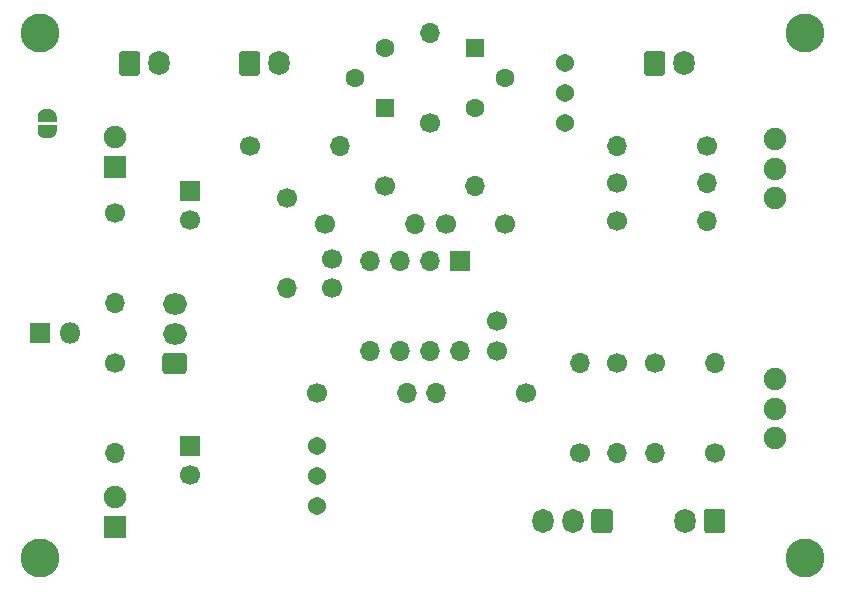
<source format=gts>
G04 #@! TF.GenerationSoftware,KiCad,Pcbnew,(5.1.6)-1*
G04 #@! TF.CreationDate,2020-10-22T22:28:54+09:00*
G04 #@! TF.ProjectId,Antilog_NPNO_PCB,416e7469-6c6f-4675-9f4e-504e4f5f5043,Ver. 1.1*
G04 #@! TF.SameCoordinates,Original*
G04 #@! TF.FileFunction,Soldermask,Top*
G04 #@! TF.FilePolarity,Negative*
%FSLAX46Y46*%
G04 Gerber Fmt 4.6, Leading zero omitted, Abs format (unit mm)*
G04 Created by KiCad (PCBNEW (5.1.6)-1) date 2020-10-22 22:28:54*
%MOMM*%
%LPD*%
G01*
G04 APERTURE LIST*
%ADD10C,3.300000*%
%ADD11O,1.700000X1.700000*%
%ADD12R,1.700000X1.700000*%
%ADD13C,1.540000*%
%ADD14C,1.900000*%
%ADD15C,1.700000*%
%ADD16R,1.600000X1.600000*%
%ADD17C,1.600000*%
%ADD18C,0.100000*%
%ADD19O,1.800000X2.100000*%
%ADD20O,1.800000X2.050000*%
%ADD21O,1.800000X1.800000*%
%ADD22R,1.800000X1.800000*%
%ADD23O,2.050000X1.800000*%
%ADD24R,1.900000X1.900000*%
G04 APERTURE END LIST*
D10*
G04 #@! TO.C,H4*
X168910000Y-116840000D03*
G04 #@! TD*
G04 #@! TO.C,H3*
X104140000Y-116840000D03*
G04 #@! TD*
G04 #@! TO.C,H2*
X168910000Y-72390000D03*
G04 #@! TD*
G04 #@! TO.C,H1*
X104140000Y-72390000D03*
G04 #@! TD*
D11*
G04 #@! TO.C,U1*
X139700000Y-99314000D03*
X132080000Y-91694000D03*
X137160000Y-99314000D03*
X134620000Y-91694000D03*
X134620000Y-99314000D03*
X137160000Y-91694000D03*
X132080000Y-99314000D03*
D12*
X139700000Y-91694000D03*
G04 #@! TD*
D13*
G04 #@! TO.C,RV4*
X127635000Y-112395000D03*
X127635000Y-109855000D03*
X127635000Y-107315000D03*
G04 #@! TD*
G04 #@! TO.C,RV3*
X148590000Y-74930000D03*
X148590000Y-77470000D03*
X148590000Y-80010000D03*
G04 #@! TD*
D14*
G04 #@! TO.C,RV2*
X166370000Y-86360000D03*
X166370000Y-83860000D03*
X166370000Y-81360000D03*
G04 #@! TD*
G04 #@! TO.C,RV1*
X166370000Y-106680000D03*
X166370000Y-104180000D03*
X166370000Y-101680000D03*
G04 #@! TD*
D11*
G04 #@! TO.C,R16*
X129540000Y-81915000D03*
D15*
X121920000Y-81915000D03*
G04 #@! TD*
D11*
G04 #@! TO.C,R15*
X140970000Y-85344000D03*
D15*
X133350000Y-85344000D03*
G04 #@! TD*
D11*
G04 #@! TO.C,R14*
X135890000Y-88519000D03*
D15*
X128270000Y-88519000D03*
G04 #@! TD*
D11*
G04 #@! TO.C,R13*
X137160000Y-72390000D03*
D15*
X137160000Y-80010000D03*
G04 #@! TD*
D11*
G04 #@! TO.C,R12*
X125095000Y-93980000D03*
D15*
X125095000Y-86360000D03*
G04 #@! TD*
D11*
G04 #@! TO.C,R11*
X135255000Y-102870000D03*
D15*
X127635000Y-102870000D03*
G04 #@! TD*
D11*
G04 #@! TO.C,R10*
X137668000Y-102870000D03*
D15*
X145288000Y-102870000D03*
G04 #@! TD*
D11*
G04 #@! TO.C,R9*
X160655000Y-85090000D03*
D15*
X153035000Y-85090000D03*
G04 #@! TD*
D11*
G04 #@! TO.C,R8*
X153035000Y-107950000D03*
D15*
X153035000Y-100330000D03*
G04 #@! TD*
D11*
G04 #@! TO.C,R7*
X161290000Y-100330000D03*
D15*
X161290000Y-107950000D03*
G04 #@! TD*
D11*
G04 #@! TO.C,R6*
X153035000Y-81915000D03*
D15*
X160655000Y-81915000D03*
G04 #@! TD*
D11*
G04 #@! TO.C,R5*
X160655000Y-88265000D03*
D15*
X153035000Y-88265000D03*
G04 #@! TD*
D11*
G04 #@! TO.C,R4*
X149860000Y-100330000D03*
D15*
X149860000Y-107950000D03*
G04 #@! TD*
D11*
G04 #@! TO.C,R3*
X156210000Y-107950000D03*
D15*
X156210000Y-100330000D03*
G04 #@! TD*
D11*
G04 #@! TO.C,R2*
X110490000Y-95250000D03*
D15*
X110490000Y-87630000D03*
G04 #@! TD*
D11*
G04 #@! TO.C,R1*
X110490000Y-107950000D03*
D15*
X110490000Y-100330000D03*
G04 #@! TD*
D16*
G04 #@! TO.C,Q2*
X133350000Y-78740000D03*
D17*
X133350000Y-73660000D03*
X130810000Y-76200000D03*
G04 #@! TD*
D16*
G04 #@! TO.C,Q1*
X140970000Y-73660000D03*
D17*
X140970000Y-78740000D03*
X143510000Y-76200000D03*
G04 #@! TD*
D18*
G04 #@! TO.C,JP1*
G36*
X105574398Y-80681111D02*
G01*
X105574398Y-80699534D01*
X105574157Y-80704435D01*
X105569347Y-80753266D01*
X105568627Y-80758119D01*
X105559055Y-80806244D01*
X105557863Y-80811005D01*
X105543619Y-80857960D01*
X105541966Y-80862579D01*
X105523189Y-80907912D01*
X105521091Y-80912349D01*
X105497960Y-80955622D01*
X105495438Y-80959829D01*
X105468178Y-81000628D01*
X105465254Y-81004570D01*
X105434126Y-81042499D01*
X105430831Y-81046134D01*
X105396134Y-81080831D01*
X105392499Y-81084126D01*
X105354570Y-81115254D01*
X105350628Y-81118178D01*
X105309829Y-81145438D01*
X105305622Y-81147960D01*
X105262349Y-81171091D01*
X105257912Y-81173189D01*
X105212579Y-81191966D01*
X105207960Y-81193619D01*
X105161005Y-81207863D01*
X105156244Y-81209055D01*
X105108119Y-81218627D01*
X105103266Y-81219347D01*
X105054435Y-81224157D01*
X105049534Y-81224398D01*
X105031111Y-81224398D01*
X105025000Y-81225000D01*
X104525000Y-81225000D01*
X104518889Y-81224398D01*
X104500466Y-81224398D01*
X104495565Y-81224157D01*
X104446734Y-81219347D01*
X104441881Y-81218627D01*
X104393756Y-81209055D01*
X104388995Y-81207863D01*
X104342040Y-81193619D01*
X104337421Y-81191966D01*
X104292088Y-81173189D01*
X104287651Y-81171091D01*
X104244378Y-81147960D01*
X104240171Y-81145438D01*
X104199372Y-81118178D01*
X104195430Y-81115254D01*
X104157501Y-81084126D01*
X104153866Y-81080831D01*
X104119169Y-81046134D01*
X104115874Y-81042499D01*
X104084746Y-81004570D01*
X104081822Y-81000628D01*
X104054562Y-80959829D01*
X104052040Y-80955622D01*
X104028909Y-80912349D01*
X104026811Y-80907912D01*
X104008034Y-80862579D01*
X104006381Y-80857960D01*
X103992137Y-80811005D01*
X103990945Y-80806244D01*
X103981373Y-80758119D01*
X103980653Y-80753266D01*
X103975843Y-80704435D01*
X103975602Y-80699534D01*
X103975602Y-80681111D01*
X103975000Y-80675000D01*
X103975000Y-80175000D01*
X103975961Y-80165245D01*
X103978806Y-80155866D01*
X103983427Y-80147221D01*
X103989645Y-80139645D01*
X103997221Y-80133427D01*
X104005866Y-80128806D01*
X104015245Y-80125961D01*
X104025000Y-80125000D01*
X105525000Y-80125000D01*
X105534755Y-80125961D01*
X105544134Y-80128806D01*
X105552779Y-80133427D01*
X105560355Y-80139645D01*
X105566573Y-80147221D01*
X105571194Y-80155866D01*
X105574039Y-80165245D01*
X105575000Y-80175000D01*
X105575000Y-80675000D01*
X105574398Y-80681111D01*
G37*
G36*
X105574039Y-79884755D02*
G01*
X105571194Y-79894134D01*
X105566573Y-79902779D01*
X105560355Y-79910355D01*
X105552779Y-79916573D01*
X105544134Y-79921194D01*
X105534755Y-79924039D01*
X105525000Y-79925000D01*
X104025000Y-79925000D01*
X104015245Y-79924039D01*
X104005866Y-79921194D01*
X103997221Y-79916573D01*
X103989645Y-79910355D01*
X103983427Y-79902779D01*
X103978806Y-79894134D01*
X103975961Y-79884755D01*
X103975000Y-79875000D01*
X103975000Y-79375000D01*
X103975602Y-79368889D01*
X103975602Y-79350466D01*
X103975843Y-79345565D01*
X103980653Y-79296734D01*
X103981373Y-79291881D01*
X103990945Y-79243756D01*
X103992137Y-79238995D01*
X104006381Y-79192040D01*
X104008034Y-79187421D01*
X104026811Y-79142088D01*
X104028909Y-79137651D01*
X104052040Y-79094378D01*
X104054562Y-79090171D01*
X104081822Y-79049372D01*
X104084746Y-79045430D01*
X104115874Y-79007501D01*
X104119169Y-79003866D01*
X104153866Y-78969169D01*
X104157501Y-78965874D01*
X104195430Y-78934746D01*
X104199372Y-78931822D01*
X104240171Y-78904562D01*
X104244378Y-78902040D01*
X104287651Y-78878909D01*
X104292088Y-78876811D01*
X104337421Y-78858034D01*
X104342040Y-78856381D01*
X104388995Y-78842137D01*
X104393756Y-78840945D01*
X104441881Y-78831373D01*
X104446734Y-78830653D01*
X104495565Y-78825843D01*
X104500466Y-78825602D01*
X104518889Y-78825602D01*
X104525000Y-78825000D01*
X105025000Y-78825000D01*
X105031111Y-78825602D01*
X105049534Y-78825602D01*
X105054435Y-78825843D01*
X105103266Y-78830653D01*
X105108119Y-78831373D01*
X105156244Y-78840945D01*
X105161005Y-78842137D01*
X105207960Y-78856381D01*
X105212579Y-78858034D01*
X105257912Y-78876811D01*
X105262349Y-78878909D01*
X105305622Y-78902040D01*
X105309829Y-78904562D01*
X105350628Y-78931822D01*
X105354570Y-78934746D01*
X105392499Y-78965874D01*
X105396134Y-78969169D01*
X105430831Y-79003866D01*
X105434126Y-79007501D01*
X105465254Y-79045430D01*
X105468178Y-79049372D01*
X105495438Y-79090171D01*
X105497960Y-79094378D01*
X105521091Y-79137651D01*
X105523189Y-79142088D01*
X105541966Y-79187421D01*
X105543619Y-79192040D01*
X105557863Y-79238995D01*
X105559055Y-79243756D01*
X105568627Y-79291881D01*
X105569347Y-79296734D01*
X105574157Y-79345565D01*
X105574398Y-79350466D01*
X105574398Y-79368889D01*
X105575000Y-79375000D01*
X105575000Y-79875000D01*
X105574039Y-79884755D01*
G37*
G04 #@! TD*
D19*
G04 #@! TO.C,J7*
X124420000Y-74930000D03*
G36*
G01*
X121020000Y-75715294D02*
X121020000Y-74144706D01*
G75*
G02*
X121284706Y-73880000I264706J0D01*
G01*
X122555294Y-73880000D01*
G75*
G02*
X122820000Y-74144706I0J-264706D01*
G01*
X122820000Y-75715294D01*
G75*
G02*
X122555294Y-75980000I-264706J0D01*
G01*
X121284706Y-75980000D01*
G75*
G02*
X121020000Y-75715294I0J264706D01*
G01*
G37*
G04 #@! TD*
G04 #@! TO.C,J6*
X114260000Y-74930000D03*
G36*
G01*
X110860000Y-75715294D02*
X110860000Y-74144706D01*
G75*
G02*
X111124706Y-73880000I264706J0D01*
G01*
X112395294Y-73880000D01*
G75*
G02*
X112660000Y-74144706I0J-264706D01*
G01*
X112660000Y-75715294D01*
G75*
G02*
X112395294Y-75980000I-264706J0D01*
G01*
X111124706Y-75980000D01*
G75*
G02*
X110860000Y-75715294I0J264706D01*
G01*
G37*
G04 #@! TD*
G04 #@! TO.C,J5*
X158710000Y-74930000D03*
G36*
G01*
X155310000Y-75715294D02*
X155310000Y-74144706D01*
G75*
G02*
X155574706Y-73880000I264706J0D01*
G01*
X156845294Y-73880000D01*
G75*
G02*
X157110000Y-74144706I0J-264706D01*
G01*
X157110000Y-75715294D01*
G75*
G02*
X156845294Y-75980000I-264706J0D01*
G01*
X155574706Y-75980000D01*
G75*
G02*
X155310000Y-75715294I0J264706D01*
G01*
G37*
G04 #@! TD*
G04 #@! TO.C,J4*
X158790000Y-113665000D03*
G36*
G01*
X162190000Y-112879706D02*
X162190000Y-114450294D01*
G75*
G02*
X161925294Y-114715000I-264706J0D01*
G01*
X160654706Y-114715000D01*
G75*
G02*
X160390000Y-114450294I0J264706D01*
G01*
X160390000Y-112879706D01*
G75*
G02*
X160654706Y-112615000I264706J0D01*
G01*
X161925294Y-112615000D01*
G75*
G02*
X162190000Y-112879706I0J-264706D01*
G01*
G37*
G04 #@! TD*
D20*
G04 #@! TO.C,J3*
X146765000Y-113665000D03*
X149265000Y-113665000D03*
G36*
G01*
X152665000Y-112904706D02*
X152665000Y-114425294D01*
G75*
G02*
X152400294Y-114690000I-264706J0D01*
G01*
X151129706Y-114690000D01*
G75*
G02*
X150865000Y-114425294I0J264706D01*
G01*
X150865000Y-112904706D01*
G75*
G02*
X151129706Y-112640000I264706J0D01*
G01*
X152400294Y-112640000D01*
G75*
G02*
X152665000Y-112904706I0J-264706D01*
G01*
G37*
G04 #@! TD*
D21*
G04 #@! TO.C,J2*
X106680000Y-97790000D03*
D22*
X104140000Y-97790000D03*
G04 #@! TD*
D23*
G04 #@! TO.C,J1*
X115570000Y-95330000D03*
X115570000Y-97830000D03*
G36*
G01*
X116330294Y-101230000D02*
X114809706Y-101230000D01*
G75*
G02*
X114545000Y-100965294I0J264706D01*
G01*
X114545000Y-99694706D01*
G75*
G02*
X114809706Y-99430000I264706J0D01*
G01*
X116330294Y-99430000D01*
G75*
G02*
X116595000Y-99694706I0J-264706D01*
G01*
X116595000Y-100965294D01*
G75*
G02*
X116330294Y-101230000I-264706J0D01*
G01*
G37*
G04 #@! TD*
D14*
G04 #@! TO.C,D2*
X110490000Y-81153000D03*
D24*
X110490000Y-83693000D03*
G04 #@! TD*
D14*
G04 #@! TO.C,D1*
X110490000Y-111633000D03*
D24*
X110490000Y-114173000D03*
G04 #@! TD*
D15*
G04 #@! TO.C,C5*
X138510000Y-88519000D03*
X143510000Y-88519000D03*
G04 #@! TD*
G04 #@! TO.C,C4*
X128905000Y-91480000D03*
X128905000Y-93980000D03*
G04 #@! TD*
G04 #@! TO.C,C3*
X142875000Y-99274000D03*
X142875000Y-96774000D03*
G04 #@! TD*
G04 #@! TO.C,C2*
X116840000Y-88225000D03*
D12*
X116840000Y-85725000D03*
G04 #@! TD*
D15*
G04 #@! TO.C,C1*
X116840000Y-109815000D03*
D12*
X116840000Y-107315000D03*
G04 #@! TD*
M02*

</source>
